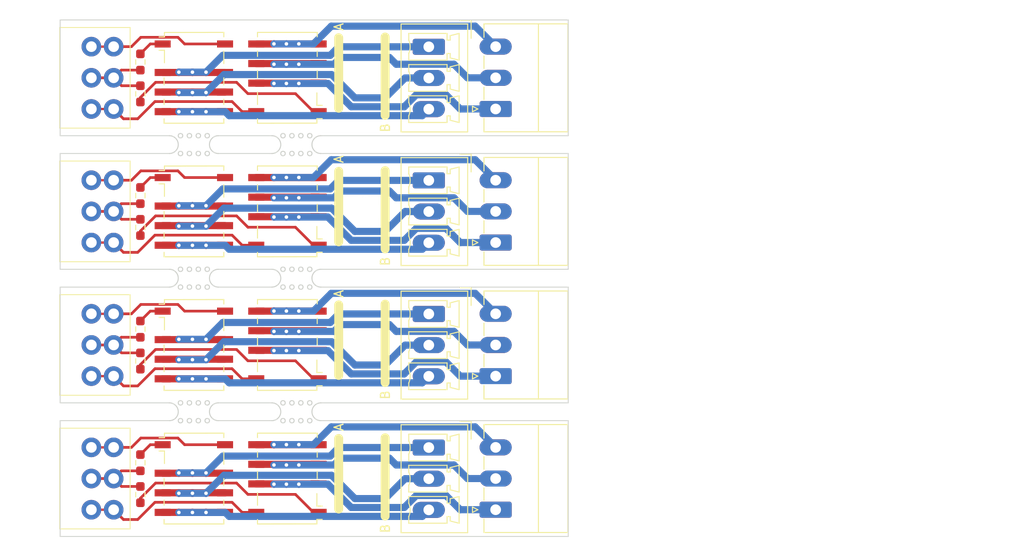
<source format=kicad_pcb>
(kicad_pcb (version 20240108) (generator "pcbnew") (generator_version "8.0")
  (layers (0 "F.Cu" signal) (31 "B.Cu" signal) (34 "B.Paste" user) (35 "F.Paste" user) (36 "B.SilkS" user "B.Silkscreen") (37 "F.SilkS" user "F.Silkscreen") (38 "B.Mask" user) (39 "F.Mask" user) (44 "Edge.Cuts" user))
  (net 0 "")
  (net 1 "/relay1/Coil2")
  (net 2 "/relay1/Coil1")
  (net 3 "/relay1/V+")
  (net 4 "Net-(J4-Pin_2)")
  (net 5 "Net-(J4-Pin_1)")
  (net 6 "Net-(J4-Pin_3)")
  (net 7 "Net-(J5-Pin_2)")
  (net 8 "Net-(J5-Pin_1)")
  (net 9 "Net-(J5-Pin_3)")
  (net 10 "/relay2/Coil2")
  (net 11 "/relay2/Coil1")
  (net 12 "Net-(J3-Pin_2)")
  (net 13 "Net-(J3-Pin_3)")
  (net 14 "Net-(J3-Pin_1)")
  (net 15 "Net-(J6-Pin_1)")
  (net 16 "Net-(J6-Pin_3)")
  (net 17 "Net-(J6-Pin_2)")
  (net 18 "/relay3/Coil1")
  (net 19 "/relay3/Coil2")
  (net 20 "Net-(J8-Pin_2)")
  (net 21 "Net-(J8-Pin_3)")
  (net 22 "Net-(J8-Pin_1)")
  (net 23 "Net-(J9-Pin_2)")
  (net 24 "Net-(J9-Pin_1)")
  (net 25 "Net-(J9-Pin_3)")
  (net 26 "/relay4/Coil1")
  (net 27 "/relay4/Coil2")
  (net 28 "Net-(J11-Pin_3)")
  (net 29 "Net-(J11-Pin_1)")
  (net 30 "Net-(J11-Pin_2)")
  (net 31 "Net-(J12-Pin_2)")
  (net 32 "Net-(J12-Pin_1)")
  (net 33 "Net-(J12-Pin_3)")
  (net 34 "/relay2/V+")
  (net 35 "/relay3/V+")
  (net 36 "/relay4/V+")
  (net 37 "Net-(K1-Pad1)")
  (net 38 "Net-(K2-Pad1)")
  (net 39 "Net-(K3-Pad1)")
  (net 40 "Net-(K4-Pad1)")
  (net 41 "Net-(K5-Pad1)")
  (net 42 "Net-(K6-Pad1)")
  (net 43 "Net-(K7-Pad1)")
  (net 44 "Net-(K8-Pad1)")
  (footprint "custom_kicad_lib_sk:R_0603_smalltext" (layer "F.Cu") (at 110.998 50.3015 90)
    (property "Reference" "R3" (hide yes))
    (property "Value" "680R")
  )
  (footprint "Connector_Phoenix_MC:PhoenixContact_MCV_1,5_3-G-3.5_1x03_P3.50mm_Vertical" (layer "F.Cu") (at 143.3575 90.0175 -90)
    (property "Reference" "J12" (hide yes))
    (property "Value" "Screw_Terminal_01x03")
  )
  (footprint "custom_kicad_lib_sk:connector_3.50mm_3P horizontal_MALE" (layer "F.Cu") (at 108 48.5 -90)
    (property "Reference" "J2" (hide yes))
    (property "Value" "Screw_Terminal_01x03" (hide yes))
  )
  (footprint "Relay_SMD:Relay_DPDT_Omron_G6K-2F-Y" (layer "F.Cu") (at 127.5 78.5 180)
    (property "Reference" "K5" (hide yes))
    (property "Value" "G6K-2F-Y-TR DC12")
  )
  (footprint "custom_kicad_lib_sk:R_0603_smalltext" (layer "F.Cu") (at 110.998 46.722 -90)
    (property "Reference" "R4" (hide yes))
    (property "Value" "680R")
  )
  (footprint "Connector_Phoenix_MC:PhoenixContact_MCV_1,5_3-G-3.5_1x03_P3.50mm_Vertical" (layer "F.Cu") (at 143.3575 75.0175 -90)
    (property "Reference" "J9" (hide yes))
    (property "Value" "Screw_Terminal_01x03")
  )
  (footprint "Relay_SMD:Relay_DPDT_Omron_G6K-2F-Y" (layer "F.Cu") (at 117 93.5)
    (property "Reference" "K8" (hide yes))
    (property "Value" "G6K-2F-Y-TR DC12")
  )
  (footprint "Relay_SMD:Relay_DPDT_Omron_G6K-2F-Y" (layer "F.Cu") (at 117 48.5)
    (property "Reference" "K4" (hide yes))
    (property "Value" "G6K-2F-Y-TR DC12")
  )
  (footprint "custom_kicad_lib_sk:R_0603_smalltext" (layer "F.Cu") (at 110.998 61.722 -90)
    (property "Reference" "R2" (hide yes))
    (property "Value" "680R")
  )
  (footprint "Connector_Phoenix_MC:PhoenixContact_MC_1,5_3-G-3.5_1x03_P3.50mm_Horizontal" (layer "F.Cu") (at 150.8575 97 90)
    (property "Reference" "J11" (hide yes))
    (property "Value" "Screw_Terminal_01x03")
  )
  (footprint "Relay_SMD:Relay_DPDT_Omron_G6K-2F-Y" (layer "F.Cu") (at 117 78.5)
    (property "Reference" "K6" (hide yes))
    (property "Value" "G6K-2F-Y-TR DC12")
  )
  (footprint "custom_kicad_lib_sk:R_0603_smalltext" (layer "F.Cu") (at 110.998 95.3015 90)
    (property "Reference" "R7" (hide yes))
    (property "Value" "680R")
  )
  (footprint "custom_kicad_lib_sk:mousebite" (layer "F.Cu") (at 128.5 71)
    (property "Reference" "REF**" (hide yes))
    (property "Value" "mousebite")
    (fp_arc (start -2.75 -1) (mid -1.75 0) (end -2.75 1) (stroke (width 0.12)) (layer "Edge.Cuts"))
    (fp_arc (start 2.75 1) (mid 1.75 0) (end 2.75 -1) (stroke (width 0.12)) (layer "Edge.Cuts"))
    (fp_circle (center -1.5 -1) (end -1.25 -1) (stroke (width 0.12)) (fill none) (layer "Edge.Cuts"))
    (fp_circle (center -1.5 1) (end -1.25 1) (stroke (width 0.12)) (fill none) (layer "Edge.Cuts"))
    (fp_circle (center -0.5 -1) (end -0.25 -1) (stroke (width 0.12)) (fill none) (layer "Edge.Cuts"))
    (fp_circle (center -0.5 1) (end -0.25 1) (stroke (width 0.12)) (fill none) (layer "Edge.Cuts"))
    (fp_circle (center 0.5 -1) (end 0.75 -1) (stroke (width 0.12)) (fill none) (layer "Edge.Cuts"))
    (fp_circle (center 0.5 1) (end 0.75 1) (stroke (width 0.12)) (fill none) (layer "Edge.Cuts"))
    (fp_circle (center 1.5 -1) (end 1.75 -1) (stroke (width 0.12)) (fill none) (layer "Edge.Cuts"))
    (fp_circle (center 1.5 1) (end 1.75 1) (stroke (width 0.12)) (fill none) (layer "Edge.Cuts"))
  )
  (footprint "custom_kicad_lib_sk:mousebite" (layer "F.Cu") (at 128.5 86)
    (property "Reference" "REF**" (hide yes))
    (property "Value" "mousebite")
    (fp_arc (start -2.75 -1) (mid -1.75 0) (end -2.75 1) (stroke (width 0.12)) (layer "Edge.Cuts"))
    (fp_arc (start 2.75 1) (mid 1.75 0) (end 2.75 -1) (stroke (width 0.12)) (layer "Edge.Cuts"))
    (fp_circle (center -1.5 -1) (end -1.25 -1) (stroke (width 0.12)) (fill none) (layer "Edge.Cuts"))
    (fp_circle (center -1.5 1) (end -1.25 1) (stroke (width 0.12)) (fill none) (layer "Edge.Cuts"))
    (fp_circle (center -0.5 -1) (end -0.25 -1) (stroke (width 0.12)) (fill none) (layer "Edge.Cuts"))
    (fp_circle (center -0.5 1) (end -0.25 1) (stroke (width 0.12)) (fill none) (layer "Edge.Cuts"))
    (fp_circle (center 0.5 -1) (end 0.75 -1) (stroke (width 0.12)) (fill none) (layer "Edge.Cuts"))
    (fp_circle (center 0.5 1) (end 0.75 1) (stroke (width 0.12)) (fill none) (layer "Edge.Cuts"))
    (fp_circle (center 1.5 -1) (end 1.75 -1) (stroke (width 0.12)) (fill none) (layer "Edge.Cuts"))
    (fp_circle (center 1.5 1) (end 1.75 1) (stroke (width 0.12)) (fill none) (layer "Edge.Cuts"))
  )
  (footprint "Connector_Phoenix_MC:PhoenixContact_MC_1,5_3-G-3.5_1x03_P3.50mm_Horizontal" (layer "F.Cu") (at 150.8575 52 90)
    (property "Reference" "J3" (hide yes))
    (property "Value" "Screw_Terminal_01x03")
  )
  (footprint "custom_kicad_lib_sk:connector_3.50mm_3P horizontal_MALE" (layer "F.Cu") (at 108 78.5 -90)
    (property "Reference" "J7" (hide yes))
    (property "Value" "Screw_Terminal_01x03" (hide yes))
  )
  (footprint "Connector_Phoenix_MC:PhoenixContact_MC_1,5_3-G-3.5_1x03_P3.50mm_Horizontal" (layer "F.Cu") (at 150.8575 67 90)
    (property "Reference" "J4" (hide yes))
    (property "Value" "Screw_Terminal_01x03")
  )
  (footprint "Relay_SMD:Relay_DPDT_Omron_G6K-2F-Y" (layer "F.Cu") (at 127.5 48.5 180)
    (property "Reference" "K3" (hide yes))
    (property "Value" "G6K-2F-Y-TR DC12")
  )
  (footprint "Connector_Phoenix_MC:PhoenixContact_MC_1,5_3-G-3.5_1x03_P3.50mm_Horizontal" (layer "F.Cu") (at 150.8575 82 90)
    (property "Reference" "J8" (hide yes))
    (property "Value" "Screw_Terminal_01x03")
  )
  (footprint "custom_kicad_lib_sk:R_0603_smalltext" (layer "F.Cu") (at 110.998 91.722 -90)
    (property "Reference" "R8" (hide yes))
    (property "Value" "680R")
  )
  (footprint "Relay_SMD:Relay_DPDT_Omron_G6K-2F-Y" (layer "F.Cu") (at 117 63.5)
    (property "Reference" "K2" (hide yes))
    (property "Value" "G6K-2F-Y-TR DC12")
  )
  (footprint "custom_kicad_lib_sk:R_0603_smalltext" (layer "F.Cu") (at 110.998 65.3015 90)
    (property "Reference" "R1" (hide yes))
    (property "Value" "680R")
  )
  (footprint "custom_kicad_lib_sk:mousebite" (layer "F.Cu") (at 117 56)
    (property "Reference" "REF**" (hide yes))
    (property "Value" "mousebite")
    (fp_arc (start -2.75 -1) (mid -1.75 0) (end -2.75 1) (stroke (width 0.12)) (layer "Edge.Cuts"))
    (fp_arc (start 2.75 1) (mid 1.75 0) (end 2.75 -1) (stroke (width 0.12)) (layer "Edge.Cuts"))
    (fp_circle (center -1.5 -1) (end -1.25 -1) (stroke (width 0.12)) (fill none) (layer "Edge.Cuts"))
    (fp_circle (center -1.5 1) (end -1.25 1) (stroke (width 0.12)) (fill none) (layer "Edge.Cuts"))
    (fp_circle (center -0.5 -1) (end -0.25 -1) (stroke (width 0.12)) (fill none) (layer "Edge.Cuts"))
    (fp_circle (center -0.5 1) (end -0.25 1) (stroke (width 0.12)) (fill none) (layer "Edge.Cuts"))
    (fp_circle (center 0.5 -1) (end 0.75 -1) (stroke (width 0.12)) (fill none) (layer "Edge.Cuts"))
    (fp_circle (center 0.5 1) (end 0.75 1) (stroke (width 0.12)) (fill none) (layer "Edge.Cuts"))
    (fp_circle (center 1.5 -1) (end 1.75 -1) (stroke (width 0.12)) (fill none) (layer "Edge.Cuts"))
    (fp_circle (center 1.5 1) (end 1.75 1) (stroke (width 0.12)) (fill none) (layer "Edge.Cuts"))
  )
  (footprint "custom_kicad_lib_sk:R_0603_smalltext" (layer "F.Cu") (at 110.998 80.3015 90)
    (property "Reference" "R5" (hide yes))
    (property "Value" "680R")
  )
  (footprint "custom_kicad_lib_sk:mousebite" (layer "F.Cu") (at 117 71)
    (property "Reference" "REF**" (hide yes))
    (property "Value" "mousebite")
    (fp_arc (start -2.75 -1) (mid -1.75 0) (end -2.75 1) (stroke (width 0.12)) (layer "Edge.Cuts"))
    (fp_arc (start 2.75 1) (mid 1.75 0) (end 2.75 -1) (stroke (width 0.12)) (layer "Edge.Cuts"))
    (fp_circle (center -1.5 -1) (end -1.25 -1) (stroke (width 0.12)) (fill none) (layer "Edge.Cuts"))
    (fp_circle (center -1.5 1) (end -1.25 1) (stroke (width 0.12)) (fill none) (layer "Edge.Cuts"))
    (fp_circle (center -0.5 -1) (end -0.25 -1) (stroke (width 0.12)) (fill none) (layer "Edge.Cuts"))
    (fp_circle (center -0.5 1) (end -0.25 1) (stroke (width 0.12)) (fill none) (layer "Edge.Cuts"))
    (fp_circle (center 0.5 -1) (end 0.75 -1) (stroke (width 0.12)) (fill none) (layer "Edge.Cuts"))
    (fp_circle (center 0.5 1) (end 0.75 1) (stroke (width 0.12)) (fill none) (layer "Edge.Cuts"))
    (fp_circle (center 1.5 -1) (end 1.75 -1) (stroke (width 0.12)) (fill none) (layer "Edge.Cuts"))
    (fp_circle (center 1.5 1) (end 1.75 1) (stroke (width 0.12)) (fill none) (layer "Edge.Cuts"))
  )
  (footprint "custom_kicad_lib_sk:connector_3.50mm_3P horizontal_MALE" (layer "F.Cu") (at 108 93.5 -90)
    (property "Reference" "J10" (hide yes))
    (property "Value" "Screw_Terminal_01x03" (hide yes))
  )
  (footprint "custom_kicad_lib_sk:connector_3.50mm_3P horizontal_MALE" (layer "F.Cu") (at 108 63.5 -90)
    (property "Reference" "J1" (hide yes))
    (property "Value" "Screw_Terminal_01x03" (hide yes))
  )
  (footprint "Relay_SMD:Relay_DPDT_Omron_G6K-2F-Y" (layer "F.Cu") (at 127.5 63.5 180)
    (property "Reference" "K1" (hide yes))
    (property "Value" "G6K-2F-Y-TR DC12")
  )
  (footprint "custom_kicad_lib_sk:mousebite" (layer "F.Cu") (at 128.5 56)
    (property "Reference" "REF**" (hide yes))
    (property "Value" "mousebite")
    (fp_arc (start -2.75 -1) (mid -1.75 0) (end -2.75 1) (stroke (width 0.12)) (layer "Edge.Cuts"))
    (fp_arc (start 2.75 1) (mid 1.75 0) (end 2.75 -1) (stroke (width 0.12)) (layer "Edge.Cuts"))
    (fp_circle (center -1.5 -1) (end -1.25 -1) (stroke (width 0.12)) (fill none) (layer "Edge.Cuts"))
    (fp_circle (center -1.5 1) (end -1.25 1) (stroke (width 0.12)) (fill none) (layer "Edge.Cuts"))
    (fp_circle (center -0.5 -1) (end -0.25 -1) (stroke (width 0.12)) (fill none) (layer "Edge.Cuts"))
    (fp_circle (center -0.5 1) (end -0.25 1) (stroke (width 0.12)) (fill none) (layer "Edge.Cuts"))
    (fp_circle (center 0.5 -1) (end 0.75 -1) (stroke (width 0.12)) (fill none) (layer "Edge.Cuts"))
    (fp_circle (center 0.5 1) (end 0.75 1) (stroke (width 0.12)) (fill none) (layer "Edge.Cuts"))
    (fp_circle (center 1.5 -1) (end 1.75 -1) (stroke (width 0.12)) (fill none) (layer "Edge.Cuts"))
    (fp_circle (center 1.5 1) (end 1.75 1) (stroke (width 0.12)) (fill none) (layer "Edge.Cuts"))
  )
  (footprint "custom_kicad_lib_sk:R_0603_smalltext" (layer "F.Cu") (at 110.998 76.722 -90)
    (property "Reference" "R6" (hide yes))
    (property "Value" "680R")
  )
  (footprint "Connector_Phoenix_MC:PhoenixContact_MCV_1,5_3-G-3.5_1x03_P3.50mm_Vertical" (layer "F.Cu") (at 143.3575 45.0175 -90)
    (property "Reference" "J6" (hide yes))
    (property "Value" "Screw_Terminal_01x03")
  )
  (footprint "custom_kicad_lib_sk:mousebite" (layer "F.Cu") (at 117 86)
    (property "Reference" "REF**" (hide yes))
    (property "Value" "mousebite")
    (fp_arc (start -2.75 -1) (mid -1.75 0) (end -2.75 1) (stroke (width 0.12)) (layer "Edge.Cuts"))
    (fp_arc (start 2.75 1) (mid 1.75 0) (end 2.75 -1) (stroke (width 0.12)) (layer "Edge.Cuts"))
    (fp_circle (center -1.5 -1) (end -1.25 -1) (stroke (width 0.12)) (fill none) (layer "Edge.Cuts"))
    (fp_circle (center -1.5 1) (end -1.25 1) (stroke (width 0.12)) (fill none) (layer "Edge.Cuts"))
    (fp_circle (center -0.5 -1) (end -0.25 -1) (stroke (width 0.12)) (fill none) (layer "Edge.Cuts"))
    (fp_circle (center -0.5 1) (end -0.25 1) (stroke (width 0.12)) (fill none) (layer "Edge.Cuts"))
    (fp_circle (center 0.5 -1) (end 0.75 -1) (stroke (width 0.12)) (fill none) (layer "Edge.Cuts"))
    (fp_circle (center 0.5 1) (end 0.75 1) (stroke (width 0.12)) (fill none) (layer "Edge.Cuts"))
    (fp_circle (center 1.5 -1) (end 1.75 -1) (stroke (width 0.12)) (fill none) (layer "Edge.Cuts"))
    (fp_circle (center 1.5 1) (end 1.75 1) (stroke (width 0.12)) (fill none) (layer "Edge.Cuts"))
  )
  (footprint "Connector_Phoenix_MC:PhoenixContact_MCV_1,5_3-G-3.5_1x03_P3.50mm_Vertical" (layer "F.Cu") (at 143.3575 60.0175 -90)
    (property "Reference" "J5" (hide yes))
    (property "Value" "Screw_Terminal_01x03")
  )
  (footprint "Relay_SMD:Relay_DPDT_Omron_G6K-2F-Y" (layer "F.Cu") (at 127.5 93.5 180)
    (property "Reference" "K7" (hide yes))
    (property "Value" "G6K-2F-Y-TR DC12")
  )
  (footprint "MountingHole:MountingHole_3.2mm_M3" (layer "F.Cu") (at 136 63.5)
    (property "Reference" "REF**" (hide yes))
    (property "Value" "MountingHole_3.2mm_M3")
  )
  (gr_line (start 133.25 89) (end 133.25 96.921) (stroke (width 1)) (layer "F.SilkS"))
  (gr_line (start 133.25 59) (end 133.25 66.921) (stroke (width 1)) (layer "F.SilkS"))
  (gr_line (start 138.457 58.921) (end 138.457 67.715) (stroke (width 1)) (layer "F.SilkS"))
  (gr_line (start 138.457 73.921) (end 138.457 82.715) (stroke (width 1)) (layer "F.SilkS"))
  (gr_line (start 133.25 44) (end 133.25 51.921) (stroke (width 1)) (layer "F.SilkS"))
  (gr_line (start 133.25 74) (end 133.25 81.921) (stroke (width 1)) (layer "F.SilkS"))
  (gr_line (start 138.457 43.921) (end 138.457 52.715) (stroke (width 1)) (layer "F.SilkS"))
  (gr_line (start 138.457 88.921) (end 138.457 97.715) (stroke (width 1)) (layer "F.SilkS"))
  (gr_line (start 102 100) (end 159 100) (stroke (width 0.1)) (layer "Edge.Cuts"))
  (gr_line (start 114.25 85) (end 102 85) (stroke (width 0.1)) (layer "Edge.Cuts"))
  (gr_line (start 102 72) (end 102 85) (stroke (width 0.1)) (layer "Edge.Cuts"))
  (gr_line (start 119.75 72) (end 125.75 72) (stroke (width 0.1)) (layer "Edge.Cuts"))
  (gr_line (start 114.25 42) (end 159 42) (stroke (width 0.1)) (layer "Edge.Cuts"))
  (gr_line (start 131.25 55) (end 159 55) (stroke (width 0.1)) (layer "Edge.Cuts"))
  (gr_line (start 114.25 72) (end 102 72) (stroke (width 0.1)) (layer "Edge.Cuts"))
  (gr_line (start 131.25 72) (end 159 72) (stroke (width 0.1)) (layer "Edge.Cuts"))
  (gr_line (start 102 42) (end 102 55) (stroke (width 0.1)) (layer "Edge.Cuts"))
  (gr_line (start 159 70) (end 159 57) (stroke (width 0.1)) (layer "Edge.Cuts"))
  (gr_line (start 131.25 70) (end 159 70) (stroke (width 0.1)) (layer "Edge.Cuts"))
  (gr_line (start 114.25 70) (end 102 70) (stroke (width 0.1)) (layer "Edge.Cuts"))
  (gr_line (start 114.25 57) (end 102 57) (stroke (width 0.1)) (layer "Edge.Cuts"))
  (gr_line (start 131.25 57) (end 159 57) (stroke (width 0.1)) (layer "Edge.Cuts"))
  (gr_line (start 131.25 87) (end 159 87) (stroke (width 0.1)) (layer "Edge.Cuts"))
  (gr_line (start 114.25 55) (end 102 55) (stroke (width 0.1)) (layer "Edge.Cuts"))
  (gr_line (start 119.75 57) (end 125.75 57) (stroke (width 0.1)) (layer "Edge.Cuts"))
  (gr_line (start 119.75 87) (end 125.75 87) (stroke (width 0.1)) (layer "Edge.Cuts"))
  (gr_line (start 159 55) (end 159 42) (stroke (width 0.1)) (layer "Edge.Cuts"))
  (gr_line (start 114.25 87) (end 102 87) (stroke (width 0.1)) (layer "Edge.Cuts"))
  (gr_line (start 159 100) (end 159 87) (stroke (width 0.1)) (layer "Edge.Cuts"))
  (gr_line (start 159 85) (end 159 72) (stroke (width 0.1)) (layer "Edge.Cuts"))
  (gr_line (start 119.75 55) (end 125.75 55) (stroke (width 0.1)) (layer "Edge.Cuts"))
  (gr_line (start 114.25 42) (end 102 42) (stroke (width 0.1)) (layer "Edge.Cuts"))
  (gr_line (start 119.75 70) (end 125.75 70) (stroke (width 0.1)) (layer "Edge.Cuts"))
  (gr_line (start 102 87) (end 102 100) (stroke (width 0.1)) (layer "Edge.Cuts"))
  (gr_line (start 119.75 85) (end 125.75 85) (stroke (width 0.1)) (layer "Edge.Cuts"))
  (gr_line (start 102 57) (end 102 70) (stroke (width 0.1)) (layer "Edge.Cuts"))
  (gr_line (start 131.25 85) (end 159 85) (stroke (width 0.1)) (layer "Edge.Cuts"))
  (gr_text "B" (at 139.065 54.723 90) (layer "F.SilkS") (effects (font (size 1 1)) (justify left bottom)))
  (gr_text "A" (at 133.858 88.265 90) (layer "F.SilkS") (effects (font (size 1 1)) (justify left bottom)))
  (gr_text "A" (at 133.858 43.307 90) (layer "F.SilkS") (effects (font (size 1 1)) (justify left bottom)))
  (gr_text "A" (at 133.858 73.279 90) (layer "F.SilkS") (effects (font (size 1 1)) (justify left bottom)))
  (gr_text "B" (at 139.065 84.723 90) (layer "F.SilkS") (effects (font (size 1 1)) (justify left bottom)))
  (gr_text "B" (at 139.065 69.723 90) (layer "F.SilkS") (effects (font (size 1 1)) (justify left bottom)))
  (gr_text "B" (at 139.065 99.723 90) (layer "F.SilkS") (effects (font (size 1 1)) (justify left bottom)))
  (gr_text "A" (at 133.858 58.166 90) (layer "F.SilkS") (effects (font (size 1 1)) (justify left bottom)))
  (segment (start 122.418 67.3) (end 124 67.3) (width 0.3) (layer "F.Cu") (net 1))
  (segment (start 112.633 66.167) (end 121.285 66.167) (width 0.3) (layer "F.Cu") (net 1))
  (segment (start 109.099999 68.099999) (end 110.700001 68.099999) (width 0.3) (layer "F.Cu") (net 1))
  (segment (start 105.5 67) (end 108 67) (width 0.25) (layer "F.Cu") (net 1))
  (segment (start 110.700001 68.099999) (end 112.633 66.167) (width 0.3) (layer "F.Cu") (net 1))
  (segment (start 108 67) (end 109.099999 68.099999) (width 0.3) (layer "F.Cu") (net 1))
  (segment (start 121.285 66.167) (end 122.418 67.3) (width 0.3) (layer "F.Cu") (net 1))
  (segment (start 115.961 59.7) (end 115.211 58.95) (width 0.3) (layer "F.Cu") (net 2))
  (segment (start 115.211 58.95) (end 111.05 58.95) (width 0.3) (layer "F.Cu") (net 2))
  (segment (start 111.05 58.95) (end 110 60) (width 0.3) (layer "F.Cu") (net 2))
  (segment (start 108 60) (end 105.5 60) (width 0.25) (layer "F.Cu") (net 2))
  (segment (start 110 60) (end 108 60) (width 0.3) (layer "F.Cu") (net 2))
  (segment (start 120.5 59.7) (end 115.961 59.7) (width 0.3) (layer "F.Cu") (net 2))
  (segment (start 110.998 62.6345) (end 108.8655 62.6345) (width 0.3) (layer "F.Cu") (net 3))
  (segment (start 108 63.5) (end 105.5 63.5) (width 0.3) (layer "F.Cu") (net 3))
  (segment (start 110.998 64.389) (end 108.889 64.389) (width 0.3) (layer "F.Cu") (net 3))
  (segment (start 108.889 64.389) (end 108 63.5) (width 0.3) (layer "F.Cu") (net 3))
  (segment (start 108.8655 62.6345) (end 108 63.5) (width 0.3) (layer "F.Cu") (net 3))
  (segment (start 124 61.9) (end 131 61.9) (width 0.8) (layer "F.Cu") (net 4))
  (via (at 127.381 61.976) (size 0.8) (drill 0.4) (layers "F.Cu" "B.Cu") (net 4))
  (via (at 125.984 61.976) (size 0.8) (drill 0.4) (layers "F.Cu" "B.Cu") (net 4))
  (via (at 128.778 61.976) (size 0.8) (drill 0.4) (layers "F.Cu" "B.Cu") (net 4))
  (segment (start 125.984 61.976) (end 128.778 61.976) (width 0.8) (layer "B.Cu") (net 4))
  (segment (start 146.177 61.976) (end 147.701 63.5) (width 0.8) (layer "B.Cu") (net 4))
  (segment (start 147.701 63.5) (end 150.8575 63.5) (width 0.8) (layer "B.Cu") (net 4))
  (segment (start 139.7 61.976) (end 146.177 61.976) (width 0.8) (layer "B.Cu") (net 4))
  (segment (start 133.477 61.214) (end 138.938 61.214) (width 0.8) (layer "B.Cu") (net 4))
  (segment (start 138.938 61.214) (end 139.7 61.976) (width 0.8) (layer "B.Cu") (net 4))
  (segment (start 128.778 61.976) (end 132.715 61.976) (width 0.8) (layer "B.Cu") (net 4))
  (segment (start 132.715 61.976) (end 133.477 61.214) (width 0.8) (layer "B.Cu") (net 4))
  (segment (start 131 64.1) (end 124 64.1) (width 0.8) (layer "F.Cu") (net 5))
  (via (at 125.984 64.135) (size 0.8) (drill 0.4) (layers "F.Cu" "B.Cu") (net 5))
  (via (at 127.381 64.135) (size 0.8) (drill 0.4) (layers "F.Cu" "B.Cu") (net 5))
  (via (at 128.778 64.135) (size 0.8) (drill 0.4) (layers "F.Cu" "B.Cu") (net 5))
  (segment (start 128.778 64.135) (end 132.038805 64.135) (width 0.8) (layer "B.Cu") (net 5))
  (segment (start 132.038805 64.135) (end 134.653805 66.75) (width 0.8) (layer "B.Cu") (net 5))
  (segment (start 145.288 65.405) (end 146.883 67) (width 0.8) (layer "B.Cu") (net 5))
  (segment (start 140.60368 66.75) (end 141.94868 65.405) (width 0.8) (layer "B.Cu") (net 5))
  (segment (start 141.94868 65.405) (end 145.288 65.405) (width 0.8) (layer "B.Cu") (net 5))
  (segment (start 134.653805 66.75) (end 140.60368 66.75) (width 0.8) (layer "B.Cu") (net 5))
  (segment (start 146.883 67) (end 150.8575 67) (width 0.8) (layer "B.Cu") (net 5))
  (segment (start 125.984 64.135) (end 128.778 64.135) (width 0.8) (layer "B.Cu") (net 5))
  (segment (start 125.984 59.69) (end 125.974 59.7) (width 0.8) (layer "F.Cu") (net 6))
  (segment (start 125.994 59.7) (end 125.984 59.69) (width 0.8) (layer "F.Cu") (net 6))
  (segment (start 131 59.7) (end 125.994 59.7) (width 0.8) (layer "F.Cu") (net 6))
  (segment (start 125.974 59.7) (end 124 59.7) (width 0.8) (layer "F.Cu") (net 6))
  (via (at 128.778 59.69) (size 0.8) (drill 0.4) (layers "F.Cu" "B.Cu") (net 6))
  (via (at 125.984 59.69) (size 0.8) (drill 0.4) (layers "F.Cu" "B.Cu") (net 6))
  (via (at 127.381 59.69) (size 0.8) (drill 0.4) (layers "F.Cu" "B.Cu") (net 6))
  (segment (start 132.419 57.7) (end 148.5575 57.7) (width 0.8) (layer "B.Cu") (net 6))
  (segment (start 125.984 59.69) (end 130.429 59.69) (width 0.8) (layer "B.Cu") (net 6))
  (segment (start 148.5575 57.7) (end 150.8575 60) (width 0.8) (layer "B.Cu") (net 6))
  (segment (start 130.429 59.69) (end 132.419 57.7) (width 0.8) (layer "B.Cu") (net 6))
  (segment (start 115.265 65.1) (end 115.316 65.151) (width 0.8) (layer "F.Cu") (net 7))
  (segment (start 116.891 65.1) (end 118.313 65.1) (width 0.8) (layer "F.Cu") (net 7))
  (segment (start 118.415 65.1) (end 120.5 65.1) (width 0.8) (layer "F.Cu") (net 7))
  (segment (start 116.84 65.151) (end 116.891 65.1) (width 0.8) (layer "F.Cu") (net 7))
  (segment (start 118.313 65.1) (end 118.364 65.151) (width 0.8) (layer "F.Cu") (net 7))
  (segment (start 116.789 65.1) (end 116.84 65.151) (width 0.8) (layer "F.Cu") (net 7))
  (segment (start 113.5 65.1) (end 115.265 65.1) (width 0.8) (layer "F.Cu") (net 7))
  (segment (start 115.316 65.151) (end 115.367 65.1) (width 0.8) (layer "F.Cu") (net 7))
  (segment (start 118.364 65.151) (end 118.415 65.1) (width 0.8) (layer "F.Cu") (net 7))
  (segment (start 115.367 65.1) (end 116.789 65.1) (width 0.8) (layer "F.Cu") (net 7))
  (via (at 116.84 65.151) (size 0.8) (drill 0.4) (layers "F.Cu" "B.Cu") (net 7))
  (via (at 118.364 65.151) (size 0.8) (drill 0.4) (layers "F.Cu" "B.Cu") (net 7))
  (via (at 115.316 65.151) (size 0.8) (drill 0.4) (layers "F.Cu" "B.Cu") (net 7))
  (segment (start 132.453019 63.135) (end 135.068019 65.75) (width 0.8) (layer "B.Cu") (net 7))
  (segment (start 138.466 65.75) (end 140.6985 63.5175) (width 0.8) (layer "B.Cu") (net 7))
  (segment (start 118.364 65.151) (end 120.38 63.135) (width 0.8) (layer "B.Cu") (net 7))
  (segment (start 140.6985 63.5175) (end 143.3575 63.5175) (width 0.8) (layer "B.Cu") (net 7))
  (segment (start 135.068019 65.75) (end 138.466 65.75) (width 0.8) (layer "B.Cu") (net 7))
  (segment (start 115.316 65.151) (end 118.364 65.151) (width 0.8) (layer "B.Cu") (net 7))
  (segment (start 120.38 63.135) (end 132.453019 63.135) (width 0.8) (layer "B.Cu") (net 7))
  (segment (start 118.399 62.9) (end 118.364 62.865) (width 0.8) (layer "F.Cu") (net 8))
  (segment (start 116.875 62.9) (end 116.84 62.865) (width 0.8) (layer "F.Cu") (net 8))
  (segment (start 118.364 62.865) (end 118.329 62.9) (width 0.8) (layer "F.Cu") (net 8))
  (segment (start 115.316 62.865) (end 115.281 62.9) (width 0.8) (layer "F.Cu") (net 8))
  (segment (start 116.805 62.9) (end 115.351 62.9) (width 0.8) (layer "F.Cu") (net 8))
  (segment (start 120.5 62.9) (end 118.399 62.9) (width 0.8) (layer "F.Cu") (net 8))
  (segment (start 115.351 62.9) (end 115.316 62.865) (width 0.8) (layer "F.Cu") (net 8))
  (segment (start 118.329 62.9) (end 116.875 62.9) (width 0.8) (layer "F.Cu") (net 8))
  (segment (start 115.281 62.9) (end 113.5 62.9) (width 0.8) (layer "F.Cu") (net 8))
  (segment (start 116.84 62.865) (end 116.805 62.9) (width 0.8) (layer "F.Cu") (net 8))
  (via (at 116.84 62.865) (size 0.8) (drill 0.4) (layers "F.Cu" "B.Cu") (net 8))
  (via (at 118.364 62.865) (size 0.8) (drill 0.4) (layers "F.Cu" "B.Cu") (net 8))
  (via (at 115.316 62.865) (size 0.8) (drill 0.4) (layers "F.Cu" "B.Cu") (net 8))
  (segment (start 118.364 62.865) (end 120.253 60.976) (width 0.8) (layer "B.Cu") (net 8))
  (segment (start 120.253 60.976) (end 132.300786 60.976) (width 0.8) (layer "B.Cu") (net 8))
  (segment (start 132.300786 60.976) (end 133.259286 60.0175) (width 0.8) (layer "B.Cu") (net 8))
  (segment (start 133.259286 60.0175) (end 143.3575 60.0175) (width 0.8) (layer "B.Cu") (net 8))
  (segment (start 115.316 62.865) (end 118.364 62.865) (width 0.8) (layer "B.Cu") (net 8))
  (segment (start 116.85 67.3) (end 118.354 67.3) (width 0.8) (layer "F.Cu") (net 9))
  (segment (start 116.84 67.31) (end 116.85 67.3) (width 0.8) (layer "F.Cu") (net 9))
  (segment (start 118.364 67.31) (end 118.374 67.3) (width 0.8) (layer "F.Cu") (net 9))
  (segment (start 115.316 67.31) (end 115.326 67.3) (width 0.8) (layer "F.Cu") (net 9))
  (segment (start 118.354 67.3) (end 118.364 67.31) (width 0.8) (layer "F.Cu") (net 9))
  (segment (start 116.83 67.3) (end 116.84 67.31) (width 0.8) (layer "F.Cu") (net 9))
  (segment (start 118.374 67.3) (end 120.5 67.3) (width 0.8) (layer "F.Cu") (net 9))
  (segment (start 113.5 67.3) (end 115.306 67.3) (width 0.8) (layer "F.Cu") (net 9))
  (segment (start 115.306 67.3) (end 115.316 67.31) (width 0.8) (layer "F.Cu") (net 9))
  (segment (start 115.326 67.3) (end 116.83 67.3) (width 0.8) (layer "F.Cu") (net 9))
  (via (at 115.316 67.31) (size 0.8) (drill 0.4) (layers "F.Cu" "B.Cu") (net 9))
  (via (at 116.84 67.31) (size 0.8) (drill 0.4) (layers "F.Cu" "B.Cu") (net 9))
  (via (at 118.364 67.31) (size 0.8) (drill 0.4) (layers "F.Cu" "B.Cu") (net 9))
  (segment (start 120.523 67.31) (end 120.963 67.75) (width 0.8) (layer "B.Cu") (net 9))
  (segment (start 142.625 67.75) (end 143.3575 67.0175) (width 0.8) (layer "B.Cu") (net 9))
  (segment (start 115.316 67.31) (end 120.523 67.31) (width 0.8) (layer "B.Cu") (net 9))
  (segment (start 120.963 67.75) (end 142.625 67.75) (width 0.8) (layer "B.Cu") (net 9))
  (segment (start 110.700001 53.099999) (end 112.633 51.167) (width 0.3) (layer "F.Cu") (net 10))
  (segment (start 121.285 51.167) (end 122.418 52.3) (width 0.3) (layer "F.Cu") (net 10))
  (segment (start 112.633 51.167) (end 121.285 51.167) (width 0.3) (layer "F.Cu") (net 10))
  (segment (start 109.099999 53.099999) (end 110.700001 53.099999) (width 0.3) (layer "F.Cu") (net 10))
  (segment (start 108 52) (end 109.099999 53.099999) (width 0.3) (layer "F.Cu") (net 10))
  (segment (start 105.5 52) (end 108 52) (width 0.25) (layer "F.Cu") (net 10))
  (segment (start 122.418 52.3) (end 124 52.3) (width 0.3) (layer "F.Cu") (net 10))
  (segment (start 110 45) (end 108 45) (width 0.3) (layer "F.Cu") (net 11))
  (segment (start 120.5 44.7) (end 115.961 44.7) (width 0.3) (layer "F.Cu") (net 11))
  (segment (start 115.961 44.7) (end 115.211 43.95) (width 0.3) (layer "F.Cu") (net 11))
  (segment (start 111.05 43.95) (end 110 45) (width 0.3) (layer "F.Cu") (net 11))
  (segment (start 115.211 43.95) (end 111.05 43.95) (width 0.3) (layer "F.Cu") (net 11))
  (segment (start 108 45) (end 105.5 45) (width 0.25) (layer "F.Cu") (net 11))
  (segment (start 124 46.9) (end 131 46.9) (width 0.8) (layer "F.Cu") (net 12))
  (via (at 127.381 46.976) (size 0.8) (drill 0.4) (layers "F.Cu" "B.Cu") (net 12))
  (via (at 125.984 46.976) (size 0.8) (drill 0.4) (layers "F.Cu" "B.Cu") (net 12))
  (via (at 128.778 46.976) (size 0.8) (drill 0.4) (layers "F.Cu" "B.Cu") (net 12))
  (segment (start 147.701 48.5) (end 150.8575 48.5) (width 0.8) (layer "B.Cu") (net 12))
  (segment (start 133.477 46.214) (end 138.938 46.214) (width 0.8) (layer "B.Cu") (net 12))
  (segment (start 138.938 46.214) (end 139.7 46.976) (width 0.8) (layer "B.Cu") (net 12))
  (segment (start 132.715 46.976) (end 133.477 46.214) (width 0.8) (layer "B.Cu") (net 12))
  (segment (start 128.778 46.976) (end 132.715 46.976) (width 0.8) (layer "B.Cu") (net 12))
  (segment (start 125.984 46.976) (end 128.778 46.976) (width 0.8) (layer "B.Cu") (net 12))
  (segment (start 146.177 46.976) (end 147.701 48.5) (width 0.8) (layer "B.Cu") (net 12))
  (segment (start 139.7 46.976) (end 146.177 46.976) (width 0.8) (layer "B.Cu") (net 12))
  (segment (start 131 44.7) (end 125.994 44.7) (width 0.8) (layer "F.Cu") (net 13))
  (segment (start 125.984 44.69) (end 125.974 44.7) (width 0.8) (layer "F.Cu") (net 13))
  (segment (start 125.974 44.7) (end 124 44.7) (width 0.8) (layer "F.Cu") (net 13))
  (segment (start 125.994 44.7) (end 125.984 44.69) (width 0.8) (layer "F.Cu") (net 13))
  (via (at 125.984 44.69) (size 0.8) (drill 0.4) (layers "F.Cu" "B.Cu") (net 13))
  (via (at 128.778 44.69) (size 0.8) (drill 0.4) (layers "F.Cu" "B.Cu") (net 13))
  (via (at 127.381 44.69) (size 0.8) (drill 0.4) (layers "F.Cu" "B.Cu") (net 13))
  (segment (start 125.984 44.69) (end 130.429 44.69) (width 0.8) (layer "B.Cu") (net 13))
  (segment (start 132.419 42.7) (end 148.5575 42.7) (width 0.8) (layer "B.Cu") (net 13))
  (segment (start 148.5575 42.7) (end 150.8575 45) (width 0.8) (layer "B.Cu") (net 13))
  (segment (start 130.429 44.69) (end 132.419 42.7) (width 0.8) (layer "B.Cu") (net 13))
  (segment (start 131 49.1) (end 124 49.1) (width 0.8) (layer "F.Cu") (net 14))
  (via (at 128.778 49.135) (size 0.8) (drill 0.4) (layers "F.Cu" "B.Cu") (net 14))
  (via (at 127.381 49.135) (size 0.8) (drill 0.4) (layers "F.Cu" "B.Cu") (net 14))
  (via (at 125.984 49.135) (size 0.8) (drill 0.4) (layers "F.Cu" "B.Cu") (net 14))
  (segment (start 140.60368 51.75) (end 141.94868 50.405) (width 0.8) (layer "B.Cu") (net 14))
  (segment (start 141.94868 50.405) (end 145.288 50.405) (width 0.8) (layer "B.Cu") (net 14))
  (segment (start 145.288 50.405) (end 146.883 52) (width 0.8) (layer "B.Cu") (net 14))
  (segment (start 134.653805 51.75) (end 140.60368 51.75) (width 0.8) (layer "B.Cu") (net 14))
  (segment (start 146.883 52) (end 150.8575 52) (width 0.8) (layer "B.Cu") (net 14))
  (segment (start 132.038805 49.135) (end 134.653805 51.75) (width 0.8) (layer "B.Cu") (net 14))
  (segment (start 128.778 49.135) (end 132.038805 49.135) (width 0.8) (layer "B.Cu") (net 14))
  (segment (start 125.984 49.135) (end 128.778 49.135) (width 0.8) (layer "B.Cu") (net 14))
  (segment (start 118.364 47.865) (end 118.329 47.9) (width 0.8) (layer "F.Cu") (net 15))
  (segment (start 115.316 47.865) (end 115.281 47.9) (width 0.8) (layer "F.Cu") (net 15))
  (segment (start 116.84 47.865) (end 116.805 47.9) (width 0.8) (layer "F.Cu") (net 15))
  (segment (start 118.399 47.9) (end 118.364 47.865) (width 0.8) (layer "F.Cu") (net 15))
  (segment (start 116.805 47.9) (end 115.351 47.9) (width 0.8) (layer "F.Cu") (net 15))
  (segment (start 116.875 47.9) (end 116.84 47.865) (width 0.8) (layer "F.Cu") (net 15))
  (segment (start 120.5 47.9) (end 118.399 47.9) (width 0.8) (layer "F.Cu") (net 15))
  (segment (start 115.351 47.9) (end 115.316 47.865) (width 0.8) (layer "F.Cu") (net 15))
  (segment (start 118.329 47.9) (end 116.875 47.9) (width 0.8) (layer "F.Cu") (net 15))
  (segment (start 115.281 47.9) (end 113.5 47.9) (width 0.8) (layer "F.Cu") (net 15))
  (via (at 118.364 47.865) (size 0.8) (drill 0.4) (layers "F.Cu" "B.Cu") (net 15))
  (via (at 115.316 47.865) (size 0.8) (drill 0.4) (layers "F.Cu" "B.Cu") (net 15))
  (via (at 116.84 47.865) (size 0.8) (drill 0.4) (layers "F.Cu" "B.Cu") (net 15))
  (segment (start 120.253 45.976) (end 132.300786 45.976) (width 0.8) (layer "B.Cu") (net 15))
  (segment (start 133.259286 45.0175) (end 143.3575 45.0175) (width 0.8) (layer "B.Cu") (net 15))
  (segment (start 132.300786 45.976) (end 133.259286 45.0175) (width 0.8) (layer "B.Cu") (net 15))
  (segment (start 115.316 47.865) (end 118.364 47.865) (width 0.8) (layer "B.Cu") (net 15))
  (segment (start 118.364 47.865) (end 120.253 45.976) (width 0.8) (layer "B.Cu") (net 15))
  (segment (start 115.306 52.3) (end 115.316 52.31) (width 0.8) (layer "F.Cu") (net 16))
  (segment (start 116.83 52.3) (end 116.84 52.31) (width 0.8) (layer "F.Cu") (net 16))
  (segment (start 115.326 52.3) (end 116.83 52.3) (width 0.8) (layer "F.Cu") (net 16))
  (segment (start 118.374 52.3) (end 120.5 52.3) (width 0.8) (layer "F.Cu") (net 16))
  (segment (start 116.84 52.31) (end 116.85 52.3) (width 0.8) (layer "F.Cu") (net 16))
  (segment (start 113.5 52.3) (end 115.306 52.3) (width 0.8) (layer "F.Cu") (net 16))
  (segment (start 116.85 52.3) (end 118.354 52.3) (width 0.8) (layer "F.Cu") (net 16))
  (segment (start 115.316 52.31) (end 115.326 52.3) (width 0.8) (layer "F.Cu") (net 16))
  (segment (start 118.364 52.31) (end 118.374 52.3) (width 0.8) (layer "F.Cu") (net 16))
  (segment (start 118.354 52.3) (end 118.364 52.31) (width 0.8) (layer "F.Cu") (net 16))
  (via (at 116.84 52.31) (size 0.8) (drill 0.4) (layers "F.Cu" "B.Cu") (net 16))
  (via (at 118.364 52.31) (size 0.8) (drill 0.4) (layers "F.Cu" "B.Cu") (net 16))
  (via (at 115.316 52.31) (size 0.8) (drill 0.4) (layers "F.Cu" "B.Cu") (net 16))
  (segment (start 142.625 52.75) (end 143.3575 52.0175) (width 0.8) (layer "B.Cu") (net 16))
  (segment (start 120.523 52.31) (end 120.963 52.75) (width 0.8) (layer "B.Cu") (net 16))
  (segment (start 120.963 52.75) (end 142.625 52.75) (width 0.8) (layer "B.Cu") (net 16))
  (segment (start 115.316 52.31) (end 120.523 52.31) (width 0.8) (layer "B.Cu") (net 16))
  (segment (start 116.84 50.151) (end 116.891 50.1) (width 0.8) (layer "F.Cu") (net 17))
  (segment (start 115.316 50.151) (end 115.367 50.1) (width 0.8) (layer "F.Cu") (net 17))
  (segment (start 115.367 50.1) (end 116.789 50.1) (width 0.8) (layer "F.Cu") (net 17))
  (segment (start 118.364 50.151) (end 118.415 50.1) (width 0.8) (layer "F.Cu") (net 17))
  (segment (start 115.265 50.1) (end 115.316 50.151) (width 0.8) (layer "F.Cu") (net 17))
  (segment (start 118.415 50.1) (end 120.5 50.1) (width 0.8) (layer "F.Cu") (net 17))
  (segment (start 113.5 50.1) (end 115.265 50.1) (width 0.8) (layer "F.Cu") (net 17))
  (segment (start 116.891 50.1) (end 118.313 50.1) (width 0.8) (layer "F.Cu") (net 17))
  (segment (start 118.313 50.1) (end 118.364 50.151) (width 0.8) (layer "F.Cu") (net 17))
  (segment (start 116.789 50.1) (end 116.84 50.151) (width 0.8) (layer "F.Cu") (net 17))
  (via (at 115.316 50.151) (size 0.8) (drill 0.4) (layers "F.Cu" "B.Cu") (net 17))
  (via (at 118.364 50.151) (size 0.8) (drill 0.4) (layers "F.Cu" "B.Cu") (net 17))
  (via (at 116.84 50.151) (size 0.8) (drill 0.4) (layers "F.Cu" "B.Cu") (net 17))
  (segment (start 135.068019 50.75) (end 138.466 50.75) (width 0.8) (layer "B.Cu") (net 17))
  (segment (start 115.316 50.151) (end 118.364 50.151) (width 0.8) (layer "B.Cu") (net 17))
  (segment (start 120.38 48.135) (end 132.453019 48.135) (width 0.8) (layer "B.Cu") (net 17))
  (segment (start 140.6985 48.5175) (end 143.3575 48.5175) (width 0.8) (layer "B.Cu") (net 17))
  (segment (start 132.453019 48.135) (end 135.068019 50.75) (width 0.8) (layer "B.Cu") (net 17))
  (segment (start 138.466 50.75) (end 140.6985 48.5175) (width 0.8) (layer "B.Cu") (net 17))
  (segment (start 118.364 50.151) (end 120.38 48.135) (width 0.8) (layer "B.Cu") (net 17))
  (segment (start 110 75) (end 108 75) (width 0.3) (layer "F.Cu") (net 18))
  (segment (start 120.5 74.7) (end 115.961 74.7) (width 0.3) (layer "F.Cu") (net 18))
  (segment (start 108 75) (end 105.5 75) (width 0.25) (layer "F.Cu") (net 18))
  (segment (start 115.211 73.95) (end 111.05 73.95) (width 0.3) (layer "F.Cu") (net 18))
  (segment (start 115.961 74.7) (end 115.211 73.95) (width 0.3) (layer "F.Cu") (net 18))
  (segment (start 111.05 73.95) (end 110 75) (width 0.3) (layer "F.Cu") (net 18))
  (segment (start 108 82) (end 109.099999 83.099999) (width 0.3) (layer "F.Cu") (net 19))
  (segment (start 121.285 81.167) (end 122.418 82.3) (width 0.3) (layer "F.Cu") (net 19))
  (segment (start 112.633 81.167) (end 121.285 81.167) (width 0.3) (layer "F.Cu") (net 19))
  (segment (start 109.099999 83.099999) (end 110.700001 83.099999) (width 0.3) (layer "F.Cu") (net 19))
  (segment (start 105.5 82) (end 108 82) (width 0.25) (layer "F.Cu") (net 19))
  (segment (start 110.700001 83.099999) (end 112.633 81.167) (width 0.3) (layer "F.Cu") (net 19))
  (segment (start 122.418 82.3) (end 124 82.3) (width 0.3) (layer "F.Cu") (net 19))
  (segment (start 124 76.9) (end 131 76.9) (width 0.8) (layer "F.Cu") (net 20))
  (via (at 128.778 76.976) (size 0.8) (drill 0.4) (layers "F.Cu" "B.Cu") (net 20))
  (via (at 127.381 76.976) (size 0.8) (drill 0.4) (layers "F.Cu" "B.Cu") (net 20))
  (via (at 125.984 76.976) (size 0.8) (drill 0.4) (layers "F.Cu" "B.Cu") (net 20))
  (segment (start 139.7 76.976) (end 146.177 76.976) (width 0.8) (layer "B.Cu") (net 20))
  (segment (start 138.938 76.214) (end 139.7 76.976) (width 0.8) (layer "B.Cu") (net 20))
  (segment (start 147.701 78.5) (end 150.8575 78.5) (width 0.8) (layer "B.Cu") (net 20))
  (segment (start 128.778 76.976) (end 132.715 76.976) (width 0.8) (layer "B.Cu") (net 20))
  (segment (start 133.477 76.214) (end 138.938 76.214) (width 0.8) (layer "B.Cu") (net 20))
  (segment (start 125.984 76.976) (end 128.778 76.976) (width 0.8) (layer "B.Cu") (net 20))
  (segment (start 132.715 76.976) (end 133.477 76.214) (width 0.8) (layer "B.Cu") (net 20))
  (segment (start 146.177 76.976) (end 147.701 78.5) (width 0.8) (layer "B.Cu") (net 20))
  (segment (start 125.994 74.7) (end 125.984 74.69) (width 0.8) (layer "F.Cu") (net 21))
  (segment (start 125.984 74.69) (end 125.974 74.7) (width 0.8) (layer "F.Cu") (net 21))
  (segment (start 131 74.7) (end 125.994 74.7) (width 0.8) (layer "F.Cu") (net 21))
  (segment (start 125.974 74.7) (end 124 74.7) (width 0.8) (layer "F.Cu") (net 21))
  (via (at 127.381 74.69) (size 0.8) (drill 0.4) (layers "F.Cu" "B.Cu") (net 21))
  (via (at 128.778 74.69) (size 0.8) (drill 0.4) (layers "F.Cu" "B.Cu") (net 21))
  (via (at 125.984 74.69) (size 0.8) (drill 0.4) (layers "F.Cu" "B.Cu") (net 21))
  (segment (start 148.5575 72.7) (end 150.8575 75) (width 0.8) (layer "B.Cu") (net 21))
  (segment (start 130.429 74.69) (end 132.419 72.7) (width 0.8) (layer "B.Cu") (net 21))
  (segment (start 125.984 74.69) (end 130.429 74.69) (width 0.8) (layer "B.Cu") (net 21))
  (segment (start 132.419 72.7) (end 148.5575 72.7) (width 0.8) (layer "B.Cu") (net 21))
  (segment (start 131 79.1) (end 124 79.1) (width 0.8) (layer "F.Cu") (net 22))
  (via (at 127.381 79.135) (size 0.8) (drill 0.4) (layers "F.Cu" "B.Cu") (net 22))
  (via (at 128.778 79.135) (size 0.8) (drill 0.4) (layers "F.Cu" "B.Cu") (net 22))
  (via (at 125.984 79.135) (size 0.8) (drill 0.4) (layers "F.Cu" "B.Cu") (net 22))
  (segment (start 140.60368 81.75) (end 141.94868 80.405) (width 0.8) (layer "B.Cu") (net 22))
  (segment (start 146.883 82) (end 150.8575 82) (width 0.8) (layer "B.Cu") (net 22))
  (segment (start 125.984 79.135) (end 128.778 79.135) (width 0.8) (layer "B.Cu") (net 22))
  (segment (start 134.653805 81.75) (end 140.60368 81.75) (width 0.8) (layer "B.Cu") (net 22))
  (segment (start 132.038805 79.135) (end 134.653805 81.75) (width 0.8) (layer "B.Cu") (net 22))
  (segment (start 128.778 79.135) (end 132.038805 79.135) (width 0.8) (layer "B.Cu") (net 22))
  (segment (start 141.94868 80.405) (end 145.288 80.405) (width 0.8) (layer "B.Cu") (net 22))
  (segment (start 145.288 80.405) (end 146.883 82) (width 0.8) (layer "B.Cu") (net 22))
  (segment (start 116.789 80.1) (end 116.84 80.151) (width 0.8) (layer "F.Cu") (net 23))
  (segment (start 118.415 80.1) (end 120.5 80.1) (width 0.8) (layer "F.Cu") (net 23))
  (segment (start 118.364 80.151) (end 118.415 80.1) (width 0.8) (layer "F.Cu") (net 23))
  (segment (start 115.265 80.1) (end 115.316 80.151) (width 0.8) (layer "F.Cu") (net 23))
  (segment (start 115.367 80.1) (end 116.789 80.1) (width 0.8) (layer "F.Cu") (net 23))
  (segment (start 116.84 80.151) (end 116.891 80.1) (width 0.8) (layer "F.Cu") (net 23))
  (segment (start 118.313 80.1) (end 118.364 80.151) (width 0.8) (layer "F.Cu") (net 23))
  (segment (start 115.316 80.151) (end 115.367 80.1) (width 0.8) (layer "F.Cu") (net 23))
  (segment (start 116.891 80.1) (end 118.313 80.1) (width 0.8) (layer "F.Cu") (net 23))
  (segment (start 113.5 80.1) (end 115.265 80.1) (width 0.8) (layer "F.Cu") (net 23))
  (via (at 116.84 80.151) (size 0.8) (drill 0.4) (layers "F.Cu" "B.Cu") (net 23))
  (via (at 115.316 80.151) (size 0.8) (drill 0.4) (layers "F.Cu" "B.Cu") (net 23))
  (via (at 118.364 80.151) (size 0.8) (drill 0.4) (layers "F.Cu" "B.Cu") (net 23))
  (segment (start 115.316 80.151) (end 118.364 80.151) (width 0.8) (layer "B.Cu") (net 23))
  (segment (start 132.453019 78.135) (end 135.068019 80.75) (width 0.8) (layer "B.Cu") (net 23))
  (segment (start 118.364 80.151) (end 120.38 78.135) (width 0.8) (layer "B.Cu") (net 23))
  (segment (start 138.466 80.75) (end 140.6985 78.5175) (width 0.8) (layer "B.Cu") (net 23))
  (segment (start 120.38 78.135) (end 132.453019 78.135) (width 0.8) (layer "B.Cu") (net 23))
  (segment (start 135.068019 80.75) (end 138.466 80.75) (width 0.8) (layer "B.Cu") (net 23))
  (segment (start 140.6985 78.5175) (end 143.3575 78.5175) (width 0.8) (layer "B.Cu") (net 23))
  (segment (start 118.399 77.9) (end 118.364 77.865) (width 0.8) (layer "F.Cu") (net 24))
  (segment (start 115.351 77.9) (end 115.316 77.865) (width 0.8) (layer "F.Cu") (net 24))
  (segment (start 115.281 77.9) (end 113.5 77.9) (width 0.8) (layer "F.Cu") (net 24))
  (segment (start 116.805 77.9) (end 115.351 77.9) (width 0.8) (layer "F.Cu") (net 24))
  (segment (start 118.364 77.865) (end 118.329 77.9) (width 0.8) (layer "F.Cu") (net 24))
  (segment (start 120.5 77.9) (end 118.399 77.9) (width 0.8) (layer "F.Cu") (net 24))
  (segment (start 118.329 77.9) (end 116.875 77.9) (width 0.8) (layer "F.Cu") (net 24))
  (segment (start 115.316 77.865) (end 115.281 77.9) (width 0.8) (layer "F.Cu") (net 24))
  (segment (start 116.84 77.865) (end 116.805 77.9) (width 0.8) (layer "F.Cu") (net 24))
  (segment (start 116.875 77.9) (end 116.84 77.865) (width 0.8) (layer "F.Cu") (net 24))
  (via (at 118.364 77.865) (size 0.8) (drill 0.4) (layers "F.Cu" "B.Cu") (net 24))
  (via (at 116.84 77.865) (size 0.8) (drill 0.4) (layers "F.Cu" "B.Cu") (net 24))
  (via (at 115.316 77.865) (size 0.8) (drill 0.4) (layers "F.Cu" "B.Cu") (net 24))
  (segment (start 132.300786 75.976) (end 133.259286 75.0175) (width 0.8) (layer "B.Cu") (net 24))
  (segment (start 120.253 75.976) (end 132.300786 75.976) (width 0.8) (layer "B.Cu") (net 24))
  (segment (start 133.259286 75.0175) (end 143.3575 75.0175) (width 0.8) (layer "B.Cu") (net 24))
  (segment (start 118.364 77.865) (end 120.253 75.976) (width 0.8) (layer "B.Cu") (net 24))
  (segment (start 115.316 77.865) (end 118.364 77.865) (width 0.8) (layer "B.Cu") (net 24))
  (segment (start 116.83 82.3) (end 116.84 82.31) (width 0.8) (layer "F.Cu") (net 25))
  (segment (start 118.354 82.3) (end 118.364 82.31) (width 0.8) (layer "F.Cu") (net 25))
  (segment (start 115.316 82.31) (end 115.326 82.3) (width 0.8) (layer "F.Cu") (net 25))
  (segment (start 118.374 82.3) (end 120.5 82.3) (width 0.8) (layer "F.Cu") (net 25))
  (segment (start 115.306 82.3) (end 115.316 82.31) (width 0.8) (layer "F.Cu") (net 25))
  (segment (start 116.84 82.31) (end 116.85 82.3) (width 0.8) (layer "F.Cu") (net 25))
  (segment (start 113.5 82.3) (end 115.306 82.3) (width 0.8) (layer "F.Cu") (net 25))
  (segment (start 116.85 82.3) (end 118.354 82.3) (width 0.8) (layer "F.Cu") (net 25))
  (segment (start 118.364 82.31) (end 118.374 82.3) (width 0.8) (layer "F.Cu") (net 25))
  (segment (start 115.326 82.3) (end 116.83 82.3) (width 0.8) (layer "F.Cu") (net 25))
  (via (at 118.364 82.31) (size 0.8) (drill 0.4) (layers "F.Cu" "B.Cu") (net 25))
  (via (at 116.84 82.31) (size 0.8) (drill 0.4) (layers "F.Cu" "B.Cu") (net 25))
  (via (at 115.316 82.31) (size 0.8) (drill 0.4) (layers "F.Cu" "B.Cu") (net 25))
  (segment (start 142.625 82.75) (end 143.3575 82.0175) (width 0.8) (layer "B.Cu") (net 25))
  (segment (start 115.316 82.31) (end 120.523 82.31) (width 0.8) (layer "B.Cu") (net 25))
  (segment (start 120.963 82.75) (end 142.625 82.75) (width 0.8) (layer "B.Cu") (net 25))
  (segment (start 120.523 82.31) (end 120.963 82.75) (width 0.8) (layer "B.Cu") (net 25))
  (segment (start 115.211 88.95) (end 111.05 88.95) (width 0.3) (layer "F.Cu") (net 26))
  (segment (start 110 90) (end 108 90) (width 0.3) (layer "F.Cu") (net 26))
  (segment (start 115.961 89.7) (end 115.211 88.95) (width 0.3) (layer "F.Cu") (net 26))
  (segment (start 108 90) (end 105.5 90) (width 0.25) (layer "F.Cu") (net 26))
  (segment (start 111.05 88.95) (end 110 90) (width 0.3) (layer "F.Cu") (net 26))
  (segment (start 120.5 89.7) (end 115.961 89.7) (width 0.3) (layer "F.Cu") (net 26))
  (segment (start 108 97) (end 109.099999 98.099999) (width 0.3) (layer "F.Cu") (net 27))
  (segment (start 105.5 97) (end 108 97) (width 0.25) (layer "F.Cu") (net 27))
  (segment (start 112.633 96.167) (end 121.285 96.167) (width 0.3) (layer "F.Cu") (net 27))
  (segment (start 121.285 96.167) (end 122.418 97.3) (width 0.3) (layer "F.Cu") (net 27))
  (segment (start 110.700001 98.099999) (end 112.633 96.167) (width 0.3) (layer "F.Cu") (net 27))
  (segment (start 122.418 97.3) (end 124 97.3) (width 0.3) (layer "F.Cu") (net 27))
  (segment (start 109.099999 98.099999) (end 110.700001 98.099999) (width 0.3) (layer "F.Cu") (net 27))
  (segment (start 125.994 89.7) (end 125.984 89.69) (width 0.8) (layer "F.Cu") (net 28))
  (segment (start 131 89.7) (end 125.994 89.7) (width 0.8) (layer "F.Cu") (net 28))
  (segment (start 125.974 89.7) (end 124 89.7) (width 0.8) (layer "F.Cu") (net 28))
  (segment (start 125.984 89.69) (end 125.974 89.7) (width 0.8) (layer "F.Cu") (net 28))
  (via (at 128.778 89.69) (size 0.8) (drill 0.4) (layers "F.Cu" "B.Cu") (net 28))
  (via (at 125.984 89.69) (size 0.8) (drill 0.4) (layers "F.Cu" "B.Cu") (net 28))
  (via (at 127.381 89.69) (size 0.8) (drill 0.4) (layers "F.Cu" "B.Cu") (net 28))
  (segment (start 130.429 89.69) (end 132.419 87.7) (width 0.8) (layer "B.Cu") (net 28))
  (segment (start 148.5575 87.7) (end 150.8575 90) (width 0.8) (layer "B.Cu") (net 28))
  (segment (start 132.419 87.7) (end 148.5575 87.7) (width 0.8) (layer "B.Cu") (net 28))
  (segment (start 125.984 89.69) (end 130.429 89.69) (width 0.8) (layer "B.Cu") (net 28))
  (segment (start 131 94.1) (end 124 94.1) (width 0.8) (layer "F.Cu") (net 29))
  (via (at 127.381 94.135) (size 0.8) (drill 0.4) (layers "F.Cu" "B.Cu") (net 29))
  (via (at 125.984 94.135) (size 0.8) (drill 0.4) (layers "F.Cu" "B.Cu") (net 29))
  (via (at 128.778 94.135) (size 0.8) (drill 0.4) (layers "F.Cu" "B.Cu") (net 29))
  (segment (start 140.60368 96.75) (end 141.94868 95.405) (width 0.8) (layer "B.Cu") (net 29))
  (segment (start 125.984 94.135) (end 128.778 94.135) (width 0.8) (layer "B.Cu") (net 29))
  (segment (start 134.653805 96.75) (end 140.60368 96.75) (width 0.8) (layer "B.Cu") (net 29))
  (segment (start 128.778 94.135) (end 132.038805 94.135) (width 0.8) (layer "B.Cu") (net 29))
  (segment (start 145.288 95.405) (end 146.883 97) (width 0.8) (layer "B.Cu") (net 29))
  (segment (start 146.883 97) (end 150.8575 97) (width 0.8) (layer "B.Cu") (net 29))
  (segment (start 141.94868 95.405) (end 145.288 95.405) (width 0.8) (layer "B.Cu") (net 29))
  (segment (start 132.038805 94.135) (end 134.653805 96.75) (width 0.8) (layer "B.Cu") (net 29))
  (segment (start 124 91.9) (end 131 91.9) (width 0.8) (layer "F.Cu") (net 30))
  (via (at 127.381 91.976) (size 0.8) (drill 0.4) (layers "F.Cu" "B.Cu") (net 30))
  (via (at 128.778 91.976) (size 0.8) (drill 0.4) (layers "F.Cu" "B.Cu") (net 30))
  (via (at 125.984 91.976) (size 0.8) (drill 0.4) (layers "F.Cu" "B.Cu") (net 30))
  (segment (start 146.177 91.976) (end 147.701 93.5) (width 0.8) (layer "B.Cu") (net 30))
  (segment (start 147.701 93.5) (end 150.8575 93.5) (width 0.8) (layer "B.Cu") (net 30))
  (segment (start 139.7 91.976) (end 146.177 91.976) (width 0.8) (layer "B.Cu") (net 30))
  (segment (start 133.477 91.214) (end 138.938 91.214) (width 0.8) (layer "B.Cu") (net 30))
  (segment (start 125.984 91.976) (end 128.778 91.976) (width 0.8) (layer "B.Cu") (net 30))
  (segment (start 138.938 91.214) (end 139.7 91.976) (width 0.8) (layer "B.Cu") (net 30))
  (segment (start 128.778 91.976) (end 132.715 91.976) (width 0.8) (layer "B.Cu") (net 30))
  (segment (start 132.715 91.976) (end 133.477 91.214) (width 0.8) (layer "B.Cu") (net 30))
  (segment (start 116.84 95.151) (end 116.891 95.1) (width 0.8) (layer "F.Cu") (net 31))
  (segment (start 115.265 95.1) (end 115.316 95.151) (width 0.8) (layer "F.Cu") (net 31))
  (segment (start 115.367 95.1) (end 116.789 95.1) (width 0.8) (layer "F.Cu") (net 31))
  (segment (start 116.789 95.1) (end 116.84 95.151) (width 0.8) (layer "F.Cu") (net 31))
  (segment (start 118.415 95.1) (end 120.5 95.1) (width 0.8) (layer "F.Cu") (net 31))
  (segment (start 118.313 95.1) (end 118.364 95.151) (width 0.8) (layer "F.Cu") (net 31))
  (segment (start 118.364 95.151) (end 118.415 95.1) (width 0.8) (layer "F.Cu") (net 31))
  (segment (start 113.5 95.1) (end 115.265 95.1) (width 0.8) (layer "F.Cu") (net 31))
  (segment (start 116.891 95.1) (end 118.313 95.1) (width 0.8) (layer "F.Cu") (net 31))
  (segment (start 115.316 95.151) (end 115.367 95.1) (width 0.8) (layer "F.Cu") (net 31))
  (via (at 118.364 95.151) (size 0.8) (drill 0.4) (layers "F.Cu" "B.Cu") (net 31))
  (via (at 116.84 95.151) (size 0.8) (drill 0.4) (layers "F.Cu" "B.Cu") (net 31))
  (via (at 115.316 95.151) (size 0.8) (drill 0.4) (layers "F.Cu" "B.Cu") (net 31))
  (segment (start 138.466 95.75) (end 140.6985 93.5175) (width 0.8) (layer "B.Cu") (net 31))
  (segment (start 132.453019 93.135) (end 135.068019 95.75) (width 0.8) (layer "B.Cu") (net 31))
  (segment (start 120.38 93.135) (end 132.453019 93.135) (width 0.8) (layer "B.Cu") (net 31))
  (segment (start 135.068019 95.75) (end 138.466 95.75) (width 0.8) (layer "B.Cu") (net 31))
  (segment (start 118.364 95.151) (end 120.38 93.135) (width 0.8) (layer "B.Cu") (net 31))
  (segment (start 140.6985 93.5175) (end 143.3575 93.5175) (width 0.8) (layer "B.Cu") (net 31))
  (segment (start 115.316 95.151) (end 118.364 95.151) (width 0.8) (layer "B.Cu") (net 31))
  (segment (start 120.5 92.9) (end 118.399 92.9) (width 0.8) (layer "F.Cu") (net 32))
  (segment (start 115.281 92.9) (end 113.5 92.9) (width 0.8) (layer "F.Cu") (net 32))
  (segment (start 118.329 92.9) (end 116.875 92.9) (width 0.8) (layer "F.Cu") (net 32))
  (segment (start 116.875 92.9) (end 116.84 92.865) (width 0.8) (layer "F.Cu") (net 32))
  (segment (start 116.84 92.865) (end 116.805 92.9) (width 0.8) (layer "F.Cu") (net 32))
  (segment (start 118.399 92.9) (end 118.364 92.865) (width 0.8) (layer "F.Cu") (net 32))
  (segment (start 118.364 92.865) (end 118.329 92.9) (width 0.8) (layer "F.Cu") (net 32))
  (segment (start 115.316 92.865) (end 115.281 92.9) (width 0.8) (layer "F.Cu") (net 32))
  (segment (start 115.351 92.9) (end 115.316 92.865) (width 0.8) (layer "F.Cu") (net 32))
  (segment (start 116.805 92.9) (end 115.351 92.9) (width 0.8) (layer "F.Cu") (net 32))
  (via (at 116.84 92.865) (size 0.8) (drill 0.4) (layers "F.Cu" "B.Cu") (net 32))
  (via (at 115.316 92.865) (size 0.8) (drill 0.4) (layers "F.Cu" "B.Cu") (net 32))
  (via (at 118.364 92.865) (size 0.8) (drill 0.4) (layers "F.Cu" "B.Cu") (net 32))
  (segment (start 118.364 92.865) (end 120.253 90.976) (width 0.8) (layer "B.Cu") (net 32))
  (segment (start 133.259286 90.0175) (end 143.3575 90.0175) (width 0.8) (layer "B.Cu") (net 32))
  (segment (start 132.300786 90.976) (end 133.259286 90.0175) (width 0.8) (layer "B.Cu") (net 32))
  (segment (start 115.316 92.865) (end 118.364 92.865) (width 0.8) (layer "B.Cu") (net 32))
  (segment (start 120.253 90.976) (end 132.300786 90.976) (width 0.8) (layer "B.Cu") (net 32))
  (segment (start 118.374 97.3) (end 120.5 97.3) (width 0.8) (layer "F.Cu") (net 33))
  (segment (start 115.326 97.3) (end 116.83 97.3) (width 0.8) (layer "F.Cu") (net 33))
  (segment (start 118.354 97.3) (end 118.364 97.31) (width 0.8) (layer "F.Cu") (net 33))
  (segment (start 118.364 97.31) (end 118.374 97.3) (width 0.8) (layer "F.Cu") (net 33))
  (segment (start 116.85 97.3) (end 118.354 97.3) (width 0.8) (layer "F.Cu") (net 33))
  (segment (start 115.306 97.3) (end 115.316 97.31) (width 0.8) (layer "F.Cu") (net 33))
  (segment (start 116.84 97.31) (end 116.85 97.3) (width 0.8) (layer "F.Cu") (net 33))
  (segment (start 115.316 97.31) (end 115.326 97.3) (width 0.8) (layer "F.Cu") (net 33))
  (segment (start 116.83 97.3) (end 116.84 97.31) (width 0.8) (layer "F.Cu") (net 33))
  (segment (start 113.5 97.3) (end 115.306 97.3) (width 0.8) (layer "F.Cu") (net 33))
  (via (at 115.316 97.31) (size 0.8) (drill 0.4) (layers "F.Cu" "B.Cu") (net 33))
  (via (at 118.364 97.31) (size 0.8) (drill 0.4) (layers "F.Cu" "B.Cu") (net 33))
  (via (at 116.84 97.31) (size 0.8) (drill 0.4) (layers "F.Cu" "B.Cu") (net 33))
  (segment (start 115.316 97.31) (end 120.523 97.31) (width 0.8) (layer "B.Cu") (net 33))
  (segment (start 142.625 97.75) (end 143.3575 97.0175) (width 0.8) (layer "B.Cu") (net 33))
  (segment (start 120.963 97.75) (end 142.625 97.75) (width 0.8) (layer "B.Cu") (net 33))
  (segment (start 120.523 97.31) (end 120.963 97.75) (width 0.8) (layer "B.Cu") (net 33))
  (segment (start 108 48.5) (end 105.5 48.5) (width 0.3) (layer "F.Cu") (net 34))
  (segment (start 108.889 49.389) (end 108 48.5) (width 0.3) (layer "F.Cu") (net 34))
  (segment (start 110.998 49.389) (end 108.889 49.389) (width 0.3) (layer "F.Cu") (net 34))
  (segment (start 110.998 47.6345) (end 108.8655 47.6345) (width 0.3) (layer "F.Cu") (net 34))
  (segment (start 108.8655 47.6345) (end 108 48.5) (width 0.3) (layer "F.Cu") (net 34))
  (segment (start 108.8655 77.6345) (end 108 78.5) (width 0.3) (layer "F.Cu") (net 35))
  (segment (start 110.998 79.389) (end 108.889 79.389) (width 0.3) (layer "F.Cu") (net 35))
  (segment (start 110.998 77.6345) (end 108.8655 77.6345) (width 0.3) (layer "F.Cu") (net 35))
  (segment (start 108 78.5) (end 105.5 78.5) (width 0.3) (layer "F.Cu") (net 35))
  (segment (start 108.889 79.389) (end 108 78.5) (width 0.3) (layer "F.Cu") (net 35))
  (segment (start 108.889 94.389) (end 108 93.5) (width 0.3) (layer "F.Cu") (net 36))
  (segment (start 108 93.5) (end 105.5 93.5) (width 0.3) (layer "F.Cu") (net 36))
  (segment (start 108.8655 92.6345) (end 108 93.5) (width 0.3) (layer "F.Cu") (net 36))
  (segment (start 110.998 92.6345) (end 108.8655 92.6345) (width 0.3) (layer "F.Cu") (net 36))
  (segment (start 110.998 94.389) (end 108.889 94.389) (width 0.3) (layer "F.Cu") (net 36))
  (segment (start 121.793 64.008) (end 112.703932 64.008) (width 0.3) (layer "F.Cu") (net 37))
  (segment (start 110.998 65.713932) (end 110.998 66.214) (width 0.3) (layer "F.Cu") (net 37))
  (segment (start 112.703932 64.008) (end 110.998 65.713932) (width 0.3) (layer "F.Cu") (net 37))
  (segment (start 123.063 65.278) (end 121.793 64.008) (width 0.3) (layer "F.Cu") (net 37))
  (segment (start 128.397 65.278) (end 123.063 65.278) (width 0.3) (layer "F.Cu") (net 37))
  (segment (start 130.419 67.3) (end 128.397 65.278) (width 0.3) (layer "F.Cu") (net 37))
  (segment (start 131 67.3) (end 130.419 67.3) (width 0.3) (layer "F.Cu") (net 37))
  (segment (start 112.1075 59.7) (end 110.998 60.8095) (width 0.3) (layer "F.Cu") (net 38))
  (segment (start 113.5 59.7) (end 112.1075 59.7) (width 0.3) (layer "F.Cu") (net 38))
  (segment (start 128.397 50.278) (end 123.063 50.278) (width 0.3) (layer "F.Cu") (net 39))
  (segment (start 130.419 52.3) (end 128.397 50.278) (width 0.3) (layer "F.Cu") (net 39))
  (segment (start 110.998 50.713932) (end 110.998 51.214) (width 0.3) (layer "F.Cu") (net 39))
  (segment (start 123.063 50.278) (end 121.793 49.008) (width 0.3) (layer "F.Cu") (net 39))
  (segment (start 121.793 49.008) (end 112.703932 49.008) (width 0.3) (layer "F.Cu") (net 39))
  (segment (start 112.703932 49.008) (end 110.998 50.713932) (width 0.3) (layer "F.Cu") (net 39))
  (segment (start 131 52.3) (end 130.419 52.3) (width 0.3) (layer "F.Cu") (net 39))
  (segment (start 113.5 44.7) (end 112.1075 44.7) (width 0.3) (layer "F.Cu") (net 40))
  (segment (start 112.1075 44.7) (end 110.998 45.8095) (width 0.3) (layer "F.Cu") (net 40))
  (segment (start 112.703932 79.008) (end 110.998 80.713932) (width 0.3) (layer "F.Cu") (net 41))
  (segment (start 121.793 79.008) (end 112.703932 79.008) (width 0.3) (layer "F.Cu") (net 41))
  (segment (start 128.397 80.278) (end 123.063 80.278) (width 0.3) (layer "F.Cu") (net 41))
  (segment (start 123.063 80.278) (end 121.793 79.008) (width 0.3) (layer "F.Cu") (net 41))
  (segment (start 130.419 82.3) (end 128.397 80.278) (width 0.3) (layer "F.Cu") (net 41))
  (segment (start 110.998 80.713932) (end 110.998 81.214) (width 0.3) (layer "F.Cu") (net 41))
  (segment (start 131 82.3) (end 130.419 82.3) (width 0.3) (layer "F.Cu") (net 41))
  (segment (start 113.5 74.7) (end 112.1075 74.7) (width 0.3) (layer "F.Cu") (net 42))
  (segment (start 112.1075 74.7) (end 110.998 75.8095) (width 0.3) (layer "F.Cu") (net 42))
  (segment (start 130.419 97.3) (end 128.397 95.278) (width 0.3) (layer "F.Cu") (net 43))
  (segment (start 121.793 94.008) (end 112.703932 94.008) (width 0.3) (layer "F.Cu") (net 43))
  (segment (start 131 97.3) (end 130.419 97.3) (width 0.3) (layer "F.Cu") (net 43))
  (segment (start 128.397 95.278) (end 123.063 95.278) (width 0.3) (layer "F.Cu") (net 43))
  (segment (start 112.703932 94.008) (end 110.998 95.713932) (width 0.3) (layer "F.Cu") (net 43))
  (segment (start 123.063 95.278) (end 121.793 94.008) (width 0.3) (layer "F.Cu") (net 43))
  (segment (start 110.998 95.713932) (end 110.998 96.214) (width 0.3) (layer "F.Cu") (net 43))
  (segment (start 113.5 89.7) (end 112.1075 89.7) (width 0.3) (layer "F.Cu") (net 44))
  (segment (start 112.1075 89.7) (end 110.998 90.8095) (width 0.3) (layer "F.Cu") (net 44))
)
</source>
